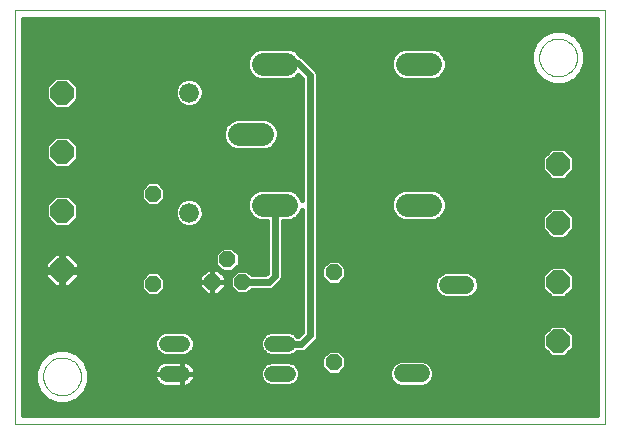
<source format=gbl>
G75*
G70*
%OFA0B0*%
%FSLAX24Y24*%
%IPPOS*%
%LPD*%
%AMOC8*
5,1,8,0,0,1.08239X$1,22.5*
%
%ADD10C,0.0000*%
%ADD11C,0.0780*%
%ADD12C,0.0660*%
%ADD13C,0.0594*%
%ADD14OC8,0.0768*%
%ADD15C,0.0520*%
%ADD16OC8,0.0520*%
%ADD17C,0.0240*%
%ADD18C,0.0160*%
D10*
X000180Y000180D02*
X000180Y013960D01*
X019865Y013960D01*
X019865Y000180D01*
X000180Y000180D01*
X001125Y001755D02*
X001127Y001805D01*
X001133Y001855D01*
X001143Y001904D01*
X001157Y001952D01*
X001174Y001999D01*
X001195Y002044D01*
X001220Y002088D01*
X001248Y002129D01*
X001280Y002168D01*
X001314Y002205D01*
X001351Y002239D01*
X001391Y002269D01*
X001433Y002296D01*
X001477Y002320D01*
X001523Y002341D01*
X001570Y002357D01*
X001618Y002370D01*
X001668Y002379D01*
X001717Y002384D01*
X001768Y002385D01*
X001818Y002382D01*
X001867Y002375D01*
X001916Y002364D01*
X001964Y002349D01*
X002010Y002331D01*
X002055Y002309D01*
X002098Y002283D01*
X002139Y002254D01*
X002178Y002222D01*
X002214Y002187D01*
X002246Y002149D01*
X002276Y002109D01*
X002303Y002066D01*
X002326Y002022D01*
X002345Y001976D01*
X002361Y001928D01*
X002373Y001879D01*
X002381Y001830D01*
X002385Y001780D01*
X002385Y001730D01*
X002381Y001680D01*
X002373Y001631D01*
X002361Y001582D01*
X002345Y001534D01*
X002326Y001488D01*
X002303Y001444D01*
X002276Y001401D01*
X002246Y001361D01*
X002214Y001323D01*
X002178Y001288D01*
X002139Y001256D01*
X002098Y001227D01*
X002055Y001201D01*
X002010Y001179D01*
X001964Y001161D01*
X001916Y001146D01*
X001867Y001135D01*
X001818Y001128D01*
X001768Y001125D01*
X001717Y001126D01*
X001668Y001131D01*
X001618Y001140D01*
X001570Y001153D01*
X001523Y001169D01*
X001477Y001190D01*
X001433Y001214D01*
X001391Y001241D01*
X001351Y001271D01*
X001314Y001305D01*
X001280Y001342D01*
X001248Y001381D01*
X001220Y001422D01*
X001195Y001466D01*
X001174Y001511D01*
X001157Y001558D01*
X001143Y001606D01*
X001133Y001655D01*
X001127Y001705D01*
X001125Y001755D01*
X017660Y012385D02*
X017662Y012435D01*
X017668Y012485D01*
X017678Y012534D01*
X017692Y012582D01*
X017709Y012629D01*
X017730Y012674D01*
X017755Y012718D01*
X017783Y012759D01*
X017815Y012798D01*
X017849Y012835D01*
X017886Y012869D01*
X017926Y012899D01*
X017968Y012926D01*
X018012Y012950D01*
X018058Y012971D01*
X018105Y012987D01*
X018153Y013000D01*
X018203Y013009D01*
X018252Y013014D01*
X018303Y013015D01*
X018353Y013012D01*
X018402Y013005D01*
X018451Y012994D01*
X018499Y012979D01*
X018545Y012961D01*
X018590Y012939D01*
X018633Y012913D01*
X018674Y012884D01*
X018713Y012852D01*
X018749Y012817D01*
X018781Y012779D01*
X018811Y012739D01*
X018838Y012696D01*
X018861Y012652D01*
X018880Y012606D01*
X018896Y012558D01*
X018908Y012509D01*
X018916Y012460D01*
X018920Y012410D01*
X018920Y012360D01*
X018916Y012310D01*
X018908Y012261D01*
X018896Y012212D01*
X018880Y012164D01*
X018861Y012118D01*
X018838Y012074D01*
X018811Y012031D01*
X018781Y011991D01*
X018749Y011953D01*
X018713Y011918D01*
X018674Y011886D01*
X018633Y011857D01*
X018590Y011831D01*
X018545Y011809D01*
X018499Y011791D01*
X018451Y011776D01*
X018402Y011765D01*
X018353Y011758D01*
X018303Y011755D01*
X018252Y011756D01*
X018203Y011761D01*
X018153Y011770D01*
X018105Y011783D01*
X018058Y011799D01*
X018012Y011820D01*
X017968Y011844D01*
X017926Y011871D01*
X017886Y011901D01*
X017849Y011935D01*
X017815Y011972D01*
X017783Y012011D01*
X017755Y012052D01*
X017730Y012096D01*
X017709Y012141D01*
X017692Y012188D01*
X017678Y012236D01*
X017668Y012285D01*
X017662Y012335D01*
X017660Y012385D01*
D11*
X014034Y012176D02*
X013254Y012176D01*
X009234Y012176D02*
X008454Y012176D01*
X008434Y009826D02*
X007654Y009826D01*
X008454Y007476D02*
X009234Y007476D01*
X013254Y007476D02*
X014034Y007476D01*
D12*
X005991Y007215D03*
X005991Y011215D03*
D13*
X014608Y004806D02*
X015201Y004806D01*
X013705Y001853D02*
X013111Y001853D01*
D14*
X018290Y002936D03*
X018290Y004904D03*
X018290Y006873D03*
X018290Y008841D03*
X001755Y009235D03*
X001755Y007267D03*
X001755Y005298D03*
X001755Y011204D03*
D15*
X005247Y002845D02*
X005767Y002845D01*
X005767Y001845D02*
X005247Y001845D01*
X008767Y001845D02*
X009287Y001845D01*
X009287Y002845D02*
X008767Y002845D01*
D16*
X010810Y002223D03*
X007767Y004904D03*
X007267Y005654D03*
X006767Y004904D03*
X004786Y004845D03*
X004786Y007845D03*
X010810Y005223D03*
D17*
X008841Y005101D02*
X008841Y007473D01*
X008844Y007476D01*
X008841Y005101D02*
X008645Y004904D01*
X007767Y004904D01*
X009735Y002845D02*
X010023Y003133D01*
X010023Y011794D01*
X009629Y012188D01*
X008856Y012188D01*
X008844Y012176D01*
X008652Y011984D01*
X008767Y002845D02*
X009735Y002845D01*
D18*
X009988Y002716D02*
X017756Y002716D01*
X017756Y002715D02*
X018069Y002402D01*
X018511Y002402D01*
X018824Y002715D01*
X018824Y003157D01*
X018511Y003470D01*
X018069Y003470D01*
X017756Y003157D01*
X017756Y002715D01*
X017756Y002875D02*
X010146Y002875D01*
X010175Y002904D02*
X010251Y002980D01*
X010293Y003079D01*
X010293Y011848D01*
X010251Y011947D01*
X009858Y012341D01*
X009782Y012417D01*
X009706Y012448D01*
X009692Y012482D01*
X009540Y012633D01*
X009342Y012716D01*
X008347Y012716D01*
X008148Y012633D01*
X007996Y012482D01*
X007914Y012283D01*
X007914Y012068D01*
X007996Y011870D01*
X008148Y011718D01*
X008347Y011636D01*
X009342Y011636D01*
X009540Y011718D01*
X009629Y011806D01*
X009753Y011682D01*
X009753Y007635D01*
X009692Y007782D01*
X009540Y007933D01*
X009342Y008016D01*
X008347Y008016D01*
X008148Y007933D01*
X007996Y007782D01*
X007914Y007583D01*
X007914Y007368D01*
X007996Y007170D01*
X008148Y007018D01*
X008347Y006936D01*
X008571Y006936D01*
X008571Y005213D01*
X008533Y005174D01*
X008076Y005174D01*
X007936Y005314D01*
X007597Y005314D01*
X007357Y005074D01*
X007357Y004735D01*
X007597Y004494D01*
X007936Y004494D01*
X008076Y004634D01*
X008698Y004634D01*
X008798Y004676D01*
X008994Y004872D01*
X009070Y004948D01*
X009111Y005048D01*
X009111Y006936D01*
X009342Y006936D01*
X009540Y007018D01*
X009692Y007170D01*
X009753Y007316D01*
X009753Y003245D01*
X009623Y003115D01*
X009596Y003115D01*
X009519Y003193D01*
X009368Y003255D01*
X008685Y003255D01*
X008534Y003193D01*
X008419Y003078D01*
X008357Y002927D01*
X008357Y002764D01*
X008419Y002613D01*
X008534Y002498D01*
X008685Y002435D01*
X009368Y002435D01*
X009519Y002498D01*
X009596Y002575D01*
X009789Y002575D01*
X009888Y002616D01*
X010175Y002904D01*
X010273Y003033D02*
X017756Y003033D01*
X017791Y003192D02*
X010293Y003192D01*
X010293Y003350D02*
X017949Y003350D01*
X018631Y003350D02*
X019585Y003350D01*
X019585Y003192D02*
X018790Y003192D01*
X018824Y003033D02*
X019585Y003033D01*
X019585Y002875D02*
X018824Y002875D01*
X018824Y002716D02*
X019585Y002716D01*
X019585Y002558D02*
X018667Y002558D01*
X017914Y002558D02*
X011056Y002558D01*
X010980Y002633D02*
X010640Y002633D01*
X010400Y002393D01*
X010400Y002053D01*
X010640Y001813D01*
X010980Y001813D01*
X011220Y002053D01*
X011220Y002393D01*
X010980Y002633D01*
X011214Y002399D02*
X019585Y002399D01*
X019585Y002241D02*
X013938Y002241D01*
X013958Y002232D02*
X013794Y002300D01*
X013023Y002300D01*
X012858Y002232D01*
X012733Y002106D01*
X012665Y001942D01*
X012665Y001764D01*
X012733Y001600D01*
X012858Y001474D01*
X013023Y001406D01*
X013794Y001406D01*
X013958Y001474D01*
X014084Y001600D01*
X014152Y001764D01*
X014152Y001942D01*
X014084Y002106D01*
X013958Y002232D01*
X014094Y002082D02*
X019585Y002082D01*
X019585Y001924D02*
X014152Y001924D01*
X014152Y001765D02*
X019585Y001765D01*
X019585Y001607D02*
X014087Y001607D01*
X013895Y001448D02*
X019585Y001448D01*
X019585Y001290D02*
X002547Y001290D01*
X002526Y001239D02*
X002665Y001574D01*
X002665Y001936D01*
X002526Y002270D01*
X002270Y002526D01*
X001936Y002665D01*
X001574Y002665D01*
X001239Y002526D01*
X000983Y002270D01*
X000845Y001936D01*
X000845Y001574D01*
X000983Y001239D01*
X001239Y000983D01*
X001574Y000845D01*
X001936Y000845D01*
X002270Y000983D01*
X002526Y001239D01*
X002418Y001131D02*
X019585Y001131D01*
X019585Y000973D02*
X002244Y000973D01*
X002613Y001448D02*
X005057Y001448D01*
X005078Y001438D02*
X005144Y001416D01*
X005212Y001405D01*
X005767Y001405D01*
X005801Y001405D01*
X005870Y001416D01*
X005936Y001438D01*
X005997Y001469D01*
X006053Y001510D01*
X006102Y001559D01*
X006143Y001615D01*
X006174Y001676D01*
X006196Y001742D01*
X006207Y001811D01*
X006207Y001845D01*
X005767Y001845D01*
X005767Y001845D01*
X005767Y001405D01*
X005767Y001845D01*
X005767Y001845D01*
X006207Y001845D01*
X006207Y001880D01*
X006196Y001948D01*
X006174Y002014D01*
X006143Y002076D01*
X006102Y002132D01*
X006053Y002181D01*
X005997Y002222D01*
X005936Y002253D01*
X005870Y002275D01*
X005801Y002285D01*
X005767Y002285D01*
X005767Y001845D01*
X005767Y001845D01*
X004807Y001845D01*
X004807Y001811D01*
X004817Y001742D01*
X004839Y001676D01*
X004870Y001615D01*
X004911Y001559D01*
X004960Y001510D01*
X005016Y001469D01*
X005078Y001438D01*
X004876Y001607D02*
X002665Y001607D01*
X002665Y001765D02*
X004814Y001765D01*
X004807Y001845D02*
X005767Y001845D01*
X005767Y001845D01*
X005767Y002285D01*
X005212Y002285D01*
X005144Y002275D01*
X005078Y002253D01*
X005016Y002222D01*
X004960Y002181D01*
X004911Y002132D01*
X004870Y002076D01*
X004839Y002014D01*
X004817Y001948D01*
X004807Y001880D01*
X004807Y001845D01*
X004814Y001924D02*
X002665Y001924D01*
X002604Y002082D02*
X004875Y002082D01*
X005053Y002241D02*
X002539Y002241D01*
X002397Y002399D02*
X010406Y002399D01*
X010400Y002241D02*
X009404Y002241D01*
X009368Y002255D02*
X009519Y002193D01*
X009634Y002078D01*
X009697Y001927D01*
X009697Y001764D01*
X009634Y001613D01*
X009519Y001498D01*
X009368Y001435D01*
X008685Y001435D01*
X008534Y001498D01*
X008419Y001613D01*
X008357Y001764D01*
X008357Y001927D01*
X008419Y002078D01*
X008534Y002193D01*
X008685Y002255D01*
X009368Y002255D01*
X009630Y002082D02*
X010400Y002082D01*
X010530Y001924D02*
X009697Y001924D01*
X009697Y001765D02*
X012665Y001765D01*
X012665Y001924D02*
X011090Y001924D01*
X011220Y002082D02*
X012723Y002082D01*
X012879Y002241D02*
X011220Y002241D01*
X010564Y002558D02*
X009579Y002558D01*
X009520Y003192D02*
X009699Y003192D01*
X009753Y003350D02*
X000460Y003350D01*
X000460Y003192D02*
X005013Y003192D01*
X005014Y003193D02*
X004899Y003078D01*
X004837Y002927D01*
X004837Y002764D01*
X004899Y002613D01*
X005014Y002498D01*
X005165Y002435D01*
X005848Y002435D01*
X005999Y002498D01*
X006114Y002613D01*
X006177Y002764D01*
X006177Y002927D01*
X006114Y003078D01*
X005999Y003193D01*
X005848Y003255D01*
X005165Y003255D01*
X005014Y003193D01*
X004881Y003033D02*
X000460Y003033D01*
X000460Y002875D02*
X004837Y002875D01*
X004856Y002716D02*
X000460Y002716D01*
X000460Y002558D02*
X001315Y002558D01*
X001112Y002399D02*
X000460Y002399D01*
X000460Y002241D02*
X000971Y002241D01*
X000905Y002082D02*
X000460Y002082D01*
X000460Y001924D02*
X000845Y001924D01*
X000845Y001765D02*
X000460Y001765D01*
X000460Y001607D02*
X000845Y001607D01*
X000897Y001448D02*
X000460Y001448D01*
X000460Y001290D02*
X000963Y001290D01*
X001092Y001131D02*
X000460Y001131D01*
X000460Y000973D02*
X001266Y000973D01*
X000460Y000814D02*
X019585Y000814D01*
X019585Y000656D02*
X000460Y000656D01*
X000460Y000497D02*
X019585Y000497D01*
X019585Y000460D02*
X000460Y000460D01*
X000460Y013680D01*
X019585Y013680D01*
X019585Y000460D01*
X019585Y003509D02*
X010293Y003509D01*
X010293Y003667D02*
X019585Y003667D01*
X019585Y003826D02*
X010293Y003826D01*
X010293Y003984D02*
X019585Y003984D01*
X019585Y004143D02*
X010293Y004143D01*
X010293Y004301D02*
X019585Y004301D01*
X019585Y004460D02*
X018600Y004460D01*
X018511Y004371D02*
X018824Y004683D01*
X018824Y005126D01*
X018511Y005438D01*
X018069Y005438D01*
X017756Y005126D01*
X017756Y004683D01*
X018069Y004371D01*
X018511Y004371D01*
X018759Y004618D02*
X019585Y004618D01*
X019585Y004777D02*
X018824Y004777D01*
X018824Y004935D02*
X019585Y004935D01*
X019585Y005094D02*
X018824Y005094D01*
X018698Y005252D02*
X019585Y005252D01*
X019585Y005411D02*
X018539Y005411D01*
X018041Y005411D02*
X011203Y005411D01*
X011220Y005393D02*
X010980Y005633D01*
X010640Y005633D01*
X010400Y005393D01*
X010400Y005053D01*
X010640Y004813D01*
X010980Y004813D01*
X011220Y005053D01*
X011220Y005393D01*
X011220Y005252D02*
X014517Y005252D01*
X014519Y005253D02*
X014354Y005185D01*
X014229Y005059D01*
X014161Y004895D01*
X014161Y004717D01*
X014229Y004553D01*
X014354Y004427D01*
X014519Y004359D01*
X015290Y004359D01*
X015454Y004427D01*
X015580Y004553D01*
X015648Y004717D01*
X015648Y004895D01*
X015580Y005059D01*
X015454Y005185D01*
X015290Y005253D01*
X014519Y005253D01*
X014263Y005094D02*
X011220Y005094D01*
X011101Y004935D02*
X014177Y004935D01*
X014161Y004777D02*
X010293Y004777D01*
X010293Y004935D02*
X010518Y004935D01*
X010400Y005094D02*
X010293Y005094D01*
X010293Y005252D02*
X010400Y005252D01*
X010417Y005411D02*
X010293Y005411D01*
X010293Y005569D02*
X010576Y005569D01*
X010293Y005728D02*
X019585Y005728D01*
X019585Y005886D02*
X010293Y005886D01*
X010293Y006045D02*
X019585Y006045D01*
X019585Y006203D02*
X010293Y006203D01*
X010293Y006362D02*
X018047Y006362D01*
X018069Y006339D02*
X018511Y006339D01*
X018824Y006652D01*
X018824Y007094D01*
X018511Y007407D01*
X018069Y007407D01*
X017756Y007094D01*
X017756Y006652D01*
X018069Y006339D01*
X017888Y006520D02*
X010293Y006520D01*
X010293Y006679D02*
X017756Y006679D01*
X017756Y006837D02*
X010293Y006837D01*
X010293Y006996D02*
X013002Y006996D01*
X012948Y007018D02*
X013147Y006936D01*
X014142Y006936D01*
X014340Y007018D01*
X014492Y007170D01*
X014574Y007368D01*
X014574Y007583D01*
X014492Y007782D01*
X014340Y007933D01*
X014142Y008016D01*
X013147Y008016D01*
X012948Y007933D01*
X012796Y007782D01*
X012714Y007583D01*
X012714Y007368D01*
X012796Y007170D01*
X012948Y007018D01*
X012812Y007154D02*
X010293Y007154D01*
X010293Y007313D02*
X012737Y007313D01*
X012714Y007471D02*
X010293Y007471D01*
X010293Y007630D02*
X012733Y007630D01*
X012803Y007788D02*
X010293Y007788D01*
X010293Y007947D02*
X012980Y007947D01*
X014309Y007947D02*
X019585Y007947D01*
X019585Y008105D02*
X010293Y008105D01*
X010293Y008264D02*
X019585Y008264D01*
X019585Y008422D02*
X018626Y008422D01*
X018511Y008308D02*
X018824Y008620D01*
X018824Y009063D01*
X018511Y009375D01*
X018069Y009375D01*
X017756Y009063D01*
X017756Y008620D01*
X018069Y008308D01*
X018511Y008308D01*
X018784Y008581D02*
X019585Y008581D01*
X019585Y008739D02*
X018824Y008739D01*
X018824Y008898D02*
X019585Y008898D01*
X019585Y009056D02*
X018824Y009056D01*
X018672Y009215D02*
X019585Y009215D01*
X019585Y009373D02*
X018514Y009373D01*
X018067Y009373D02*
X010293Y009373D01*
X010293Y009215D02*
X017908Y009215D01*
X017756Y009056D02*
X010293Y009056D01*
X010293Y008898D02*
X017756Y008898D01*
X017756Y008739D02*
X010293Y008739D01*
X010293Y008581D02*
X017796Y008581D01*
X017955Y008422D02*
X010293Y008422D01*
X009753Y008422D02*
X000460Y008422D01*
X000460Y008264D02*
X009753Y008264D01*
X009753Y008105D02*
X005106Y008105D01*
X005196Y008015D02*
X004956Y008255D01*
X004616Y008255D01*
X004376Y008015D01*
X004376Y007676D01*
X004616Y007435D01*
X004956Y007435D01*
X005196Y007676D01*
X005196Y008015D01*
X005196Y007947D02*
X008180Y007947D01*
X008003Y007788D02*
X005196Y007788D01*
X005150Y007630D02*
X005736Y007630D01*
X005719Y007622D02*
X005584Y007487D01*
X005511Y007311D01*
X005511Y007120D01*
X005584Y006944D01*
X005719Y006809D01*
X005896Y006735D01*
X006087Y006735D01*
X006263Y006809D01*
X006398Y006944D01*
X006471Y007120D01*
X006471Y007311D01*
X006398Y007487D01*
X006263Y007622D01*
X006087Y007695D01*
X005896Y007695D01*
X005719Y007622D01*
X005577Y007471D02*
X004992Y007471D01*
X004581Y007471D02*
X002289Y007471D01*
X002289Y007488D02*
X001976Y007800D01*
X001534Y007800D01*
X001221Y007488D01*
X001221Y007045D01*
X001534Y006733D01*
X001976Y006733D01*
X002289Y007045D01*
X002289Y007488D01*
X002289Y007313D02*
X005512Y007313D01*
X005511Y007154D02*
X002289Y007154D01*
X002239Y006996D02*
X005563Y006996D01*
X005691Y006837D02*
X002080Y006837D01*
X001429Y006837D02*
X000460Y006837D01*
X000460Y006679D02*
X008571Y006679D01*
X008571Y006837D02*
X006291Y006837D01*
X006419Y006996D02*
X008202Y006996D01*
X008012Y007154D02*
X006471Y007154D01*
X006470Y007313D02*
X007937Y007313D01*
X007914Y007471D02*
X006405Y007471D01*
X006246Y007630D02*
X007933Y007630D01*
X009111Y006837D02*
X009753Y006837D01*
X009753Y006679D02*
X009111Y006679D01*
X009111Y006520D02*
X009753Y006520D01*
X009753Y006362D02*
X009111Y006362D01*
X009111Y006203D02*
X009753Y006203D01*
X009753Y006045D02*
X009111Y006045D01*
X009111Y005886D02*
X009753Y005886D01*
X009753Y005728D02*
X009111Y005728D01*
X009111Y005569D02*
X009753Y005569D01*
X009753Y005411D02*
X009111Y005411D01*
X009111Y005252D02*
X009753Y005252D01*
X009753Y005094D02*
X009111Y005094D01*
X009057Y004935D02*
X009753Y004935D01*
X009753Y004777D02*
X008899Y004777D01*
X008571Y005252D02*
X007999Y005252D01*
X007677Y005485D02*
X007436Y005244D01*
X007097Y005244D01*
X006857Y005485D01*
X006857Y005824D01*
X007097Y006064D01*
X007436Y006064D01*
X007677Y005824D01*
X007677Y005485D01*
X007677Y005569D02*
X008571Y005569D01*
X008571Y005411D02*
X007603Y005411D01*
X007534Y005252D02*
X007444Y005252D01*
X007376Y005094D02*
X007200Y005094D01*
X007207Y005087D02*
X006949Y005344D01*
X006767Y005344D01*
X006767Y004904D01*
X006767Y004904D01*
X007207Y004904D01*
X007207Y004722D01*
X006949Y004464D01*
X006767Y004464D01*
X006767Y004904D01*
X006767Y004904D01*
X007207Y004904D01*
X007207Y005087D01*
X007207Y004935D02*
X007357Y004935D01*
X007357Y004777D02*
X007207Y004777D01*
X007102Y004618D02*
X007473Y004618D01*
X008060Y004618D02*
X009753Y004618D01*
X009753Y004460D02*
X004980Y004460D01*
X004956Y004435D02*
X005196Y004676D01*
X005196Y005015D01*
X004956Y005255D01*
X004616Y005255D01*
X004376Y005015D01*
X004376Y004676D01*
X004616Y004435D01*
X004956Y004435D01*
X005139Y004618D02*
X006431Y004618D01*
X006327Y004722D02*
X006584Y004464D01*
X006767Y004464D01*
X006767Y004904D01*
X006327Y004904D01*
X006327Y004722D01*
X006327Y004777D02*
X005196Y004777D01*
X005196Y004935D02*
X006327Y004935D01*
X006327Y004904D02*
X006767Y004904D01*
X006767Y004904D01*
X006767Y004904D01*
X006767Y005344D01*
X006584Y005344D01*
X006327Y005087D01*
X006327Y004904D01*
X006333Y005094D02*
X005118Y005094D01*
X004959Y005252D02*
X006492Y005252D01*
X006767Y005252D02*
X006767Y005252D01*
X006767Y005094D02*
X006767Y005094D01*
X006767Y004935D02*
X006767Y004935D01*
X006767Y004777D02*
X006767Y004777D01*
X006767Y004618D02*
X006767Y004618D01*
X007041Y005252D02*
X007089Y005252D01*
X006931Y005411D02*
X002319Y005411D01*
X002319Y005346D02*
X002319Y005532D01*
X001988Y005862D01*
X001803Y005862D01*
X001803Y005346D01*
X002319Y005346D01*
X002319Y005250D02*
X001803Y005250D01*
X001803Y005346D01*
X001707Y005346D01*
X001707Y005862D01*
X001521Y005862D01*
X001191Y005532D01*
X001191Y005346D01*
X001707Y005346D01*
X001707Y005250D01*
X001803Y005250D01*
X001803Y004734D01*
X001988Y004734D01*
X002319Y005065D01*
X002319Y005250D01*
X002319Y005094D02*
X004455Y005094D01*
X004613Y005252D02*
X001803Y005252D01*
X001707Y005252D02*
X000460Y005252D01*
X000460Y005094D02*
X001191Y005094D01*
X001191Y005065D02*
X001521Y004734D01*
X001707Y004734D01*
X001707Y005250D01*
X001191Y005250D01*
X001191Y005065D01*
X001320Y004935D02*
X000460Y004935D01*
X000460Y004777D02*
X001479Y004777D01*
X001707Y004777D02*
X001803Y004777D01*
X001803Y004935D02*
X001707Y004935D01*
X001707Y005094D02*
X001803Y005094D01*
X001803Y005411D02*
X001707Y005411D01*
X001707Y005569D02*
X001803Y005569D01*
X001803Y005728D02*
X001707Y005728D01*
X001387Y005728D02*
X000460Y005728D01*
X000460Y005886D02*
X006918Y005886D01*
X006857Y005728D02*
X002123Y005728D01*
X002281Y005569D02*
X006857Y005569D01*
X007077Y006045D02*
X000460Y006045D01*
X000460Y006203D02*
X008571Y006203D01*
X008571Y006045D02*
X007456Y006045D01*
X007615Y005886D02*
X008571Y005886D01*
X008571Y005728D02*
X007677Y005728D01*
X008571Y006362D02*
X000460Y006362D01*
X000460Y006520D02*
X008571Y006520D01*
X009486Y006996D02*
X009753Y006996D01*
X009753Y007154D02*
X009676Y007154D01*
X009751Y007313D02*
X009753Y007313D01*
X009753Y007788D02*
X009686Y007788D01*
X009753Y007947D02*
X009509Y007947D01*
X009753Y008581D02*
X000460Y008581D01*
X000460Y008739D02*
X001496Y008739D01*
X001534Y008701D02*
X001976Y008701D01*
X002289Y009014D01*
X002289Y009456D01*
X001976Y009769D01*
X001534Y009769D01*
X001221Y009456D01*
X001221Y009014D01*
X001534Y008701D01*
X001337Y008898D02*
X000460Y008898D01*
X000460Y009056D02*
X001221Y009056D01*
X001221Y009215D02*
X000460Y009215D01*
X000460Y009373D02*
X001221Y009373D01*
X001296Y009532D02*
X000460Y009532D01*
X000460Y009690D02*
X001455Y009690D01*
X002055Y009690D02*
X007126Y009690D01*
X007114Y009718D02*
X007196Y009520D01*
X007348Y009368D01*
X007547Y009286D01*
X008542Y009286D01*
X008740Y009368D01*
X008892Y009520D01*
X008974Y009718D01*
X008974Y009933D01*
X008892Y010132D01*
X008740Y010283D01*
X008542Y010366D01*
X007547Y010366D01*
X007348Y010283D01*
X007196Y010132D01*
X007114Y009933D01*
X007114Y009718D01*
X007114Y009849D02*
X000460Y009849D01*
X000460Y010007D02*
X007145Y010007D01*
X007230Y010166D02*
X000460Y010166D01*
X000460Y010324D02*
X007446Y010324D01*
X006398Y010944D02*
X006471Y011120D01*
X006471Y011311D01*
X006398Y011487D01*
X006263Y011622D01*
X006087Y011695D01*
X005896Y011695D01*
X005719Y011622D01*
X005584Y011487D01*
X005511Y011311D01*
X005511Y011120D01*
X005584Y010944D01*
X005719Y010809D01*
X005896Y010735D01*
X006087Y010735D01*
X006263Y010809D01*
X006398Y010944D01*
X006404Y010958D02*
X009753Y010958D01*
X009753Y010800D02*
X006241Y010800D01*
X006470Y011117D02*
X009753Y011117D01*
X009753Y011275D02*
X006471Y011275D01*
X006420Y011434D02*
X009753Y011434D01*
X009753Y011592D02*
X006293Y011592D01*
X005689Y011592D02*
X002121Y011592D01*
X001976Y011737D02*
X002289Y011425D01*
X002289Y010982D01*
X001976Y010670D01*
X001534Y010670D01*
X001221Y010982D01*
X001221Y011425D01*
X001534Y011737D01*
X001976Y011737D01*
X002280Y011434D02*
X005562Y011434D01*
X005511Y011275D02*
X002289Y011275D01*
X002289Y011117D02*
X005512Y011117D01*
X005578Y010958D02*
X002264Y010958D01*
X002106Y010800D02*
X005741Y010800D01*
X007192Y009532D02*
X002213Y009532D01*
X002289Y009373D02*
X007343Y009373D01*
X008745Y009373D02*
X009753Y009373D01*
X009753Y009215D02*
X002289Y009215D01*
X002289Y009056D02*
X009753Y009056D01*
X009753Y008898D02*
X002172Y008898D01*
X002014Y008739D02*
X009753Y008739D01*
X009753Y009532D02*
X008897Y009532D01*
X008962Y009690D02*
X009753Y009690D01*
X009753Y009849D02*
X008974Y009849D01*
X008944Y010007D02*
X009753Y010007D01*
X009753Y010166D02*
X008858Y010166D01*
X008642Y010324D02*
X009753Y010324D01*
X009753Y010483D02*
X000460Y010483D01*
X000460Y010641D02*
X009753Y010641D01*
X010293Y010641D02*
X019585Y010641D01*
X019585Y010483D02*
X010293Y010483D01*
X010293Y010324D02*
X019585Y010324D01*
X019585Y010166D02*
X010293Y010166D01*
X010293Y010007D02*
X019585Y010007D01*
X019585Y009849D02*
X010293Y009849D01*
X010293Y009690D02*
X019585Y009690D01*
X019585Y009532D02*
X010293Y009532D01*
X010293Y010800D02*
X019585Y010800D01*
X019585Y010958D02*
X010293Y010958D01*
X010293Y011117D02*
X019585Y011117D01*
X019585Y011275D02*
X010293Y011275D01*
X010293Y011434D02*
X019585Y011434D01*
X019585Y011592D02*
X018754Y011592D01*
X018806Y011613D02*
X019062Y011869D01*
X019200Y012204D01*
X019200Y012566D01*
X019062Y012900D01*
X018806Y013156D01*
X018471Y013295D01*
X018109Y013295D01*
X017775Y013156D01*
X017519Y012900D01*
X017380Y012566D01*
X017380Y012204D01*
X017519Y011869D01*
X017775Y011613D01*
X018109Y011475D01*
X018471Y011475D01*
X018806Y011613D01*
X018943Y011751D02*
X019585Y011751D01*
X019585Y011909D02*
X019078Y011909D01*
X019144Y012068D02*
X019585Y012068D01*
X019585Y012226D02*
X019200Y012226D01*
X019200Y012385D02*
X019585Y012385D01*
X019585Y012543D02*
X019200Y012543D01*
X019144Y012702D02*
X019585Y012702D01*
X019585Y012860D02*
X019078Y012860D01*
X018943Y013019D02*
X019585Y013019D01*
X019585Y013177D02*
X018755Y013177D01*
X019585Y013336D02*
X000460Y013336D01*
X000460Y013494D02*
X019585Y013494D01*
X019585Y013653D02*
X000460Y013653D01*
X000460Y013177D02*
X017825Y013177D01*
X017637Y013019D02*
X000460Y013019D01*
X000460Y012860D02*
X017502Y012860D01*
X017437Y012702D02*
X014176Y012702D01*
X014142Y012716D02*
X014340Y012633D01*
X014492Y012482D01*
X014574Y012283D01*
X014574Y012068D01*
X014492Y011870D01*
X014340Y011718D01*
X014142Y011636D01*
X013147Y011636D01*
X012948Y011718D01*
X012796Y011870D01*
X012714Y012068D01*
X012714Y012283D01*
X012796Y012482D01*
X012948Y012633D01*
X013147Y012716D01*
X014142Y012716D01*
X014430Y012543D02*
X017380Y012543D01*
X017380Y012385D02*
X014532Y012385D01*
X014574Y012226D02*
X017380Y012226D01*
X017437Y012068D02*
X014574Y012068D01*
X014508Y011909D02*
X017502Y011909D01*
X017638Y011751D02*
X014373Y011751D01*
X013113Y012702D02*
X009376Y012702D01*
X009630Y012543D02*
X012858Y012543D01*
X012756Y012385D02*
X009814Y012385D01*
X009973Y012226D02*
X012714Y012226D01*
X012714Y012068D02*
X010131Y012068D01*
X010267Y011909D02*
X012780Y011909D01*
X012916Y011751D02*
X010293Y011751D01*
X010293Y011592D02*
X017826Y011592D01*
X019585Y007788D02*
X014486Y007788D01*
X014555Y007630D02*
X019585Y007630D01*
X019585Y007471D02*
X014574Y007471D01*
X014551Y007313D02*
X017975Y007313D01*
X017816Y007154D02*
X014476Y007154D01*
X014286Y006996D02*
X017756Y006996D01*
X018606Y007313D02*
X019585Y007313D01*
X019585Y007154D02*
X018764Y007154D01*
X018824Y006996D02*
X019585Y006996D01*
X019585Y006837D02*
X018824Y006837D01*
X018824Y006679D02*
X019585Y006679D01*
X019585Y006520D02*
X018692Y006520D01*
X018534Y006362D02*
X019585Y006362D01*
X019585Y005569D02*
X011044Y005569D01*
X010293Y004618D02*
X014202Y004618D01*
X014322Y004460D02*
X010293Y004460D01*
X009753Y004301D02*
X000460Y004301D01*
X000460Y004143D02*
X009753Y004143D01*
X009753Y003984D02*
X000460Y003984D01*
X000460Y003826D02*
X009753Y003826D01*
X009753Y003667D02*
X000460Y003667D01*
X000460Y003509D02*
X009753Y003509D01*
X008533Y003192D02*
X006000Y003192D01*
X006133Y003033D02*
X008401Y003033D01*
X008357Y002875D02*
X006177Y002875D01*
X006157Y002716D02*
X008376Y002716D01*
X008475Y002558D02*
X006059Y002558D01*
X005960Y002241D02*
X008649Y002241D01*
X008423Y002082D02*
X006139Y002082D01*
X006200Y001924D02*
X008357Y001924D01*
X008357Y001765D02*
X006199Y001765D01*
X006137Y001607D02*
X008426Y001607D01*
X008655Y001448D02*
X005956Y001448D01*
X005767Y001448D02*
X005767Y001448D01*
X005767Y001607D02*
X005767Y001607D01*
X005767Y001765D02*
X005767Y001765D01*
X005767Y001924D02*
X005767Y001924D01*
X005767Y002082D02*
X005767Y002082D01*
X005767Y002241D02*
X005767Y002241D01*
X004955Y002558D02*
X002195Y002558D01*
X000460Y004460D02*
X004592Y004460D01*
X004434Y004618D02*
X000460Y004618D01*
X000460Y005411D02*
X001191Y005411D01*
X001228Y005569D02*
X000460Y005569D01*
X002031Y004777D02*
X004376Y004777D01*
X004376Y004935D02*
X002189Y004935D01*
X001271Y006996D02*
X000460Y006996D01*
X000460Y007154D02*
X001221Y007154D01*
X001221Y007313D02*
X000460Y007313D01*
X000460Y007471D02*
X001221Y007471D01*
X001363Y007630D02*
X000460Y007630D01*
X000460Y007788D02*
X001521Y007788D01*
X001988Y007788D02*
X004376Y007788D01*
X004376Y007947D02*
X000460Y007947D01*
X000460Y008105D02*
X004466Y008105D01*
X004422Y007630D02*
X002147Y007630D01*
X001404Y010800D02*
X000460Y010800D01*
X000460Y010958D02*
X001245Y010958D01*
X001221Y011117D02*
X000460Y011117D01*
X000460Y011275D02*
X001221Y011275D01*
X001230Y011434D02*
X000460Y011434D01*
X000460Y011592D02*
X001388Y011592D01*
X000460Y011751D02*
X008116Y011751D01*
X007980Y011909D02*
X000460Y011909D01*
X000460Y012068D02*
X007914Y012068D01*
X007914Y012226D02*
X000460Y012226D01*
X000460Y012385D02*
X007956Y012385D01*
X008058Y012543D02*
X000460Y012543D01*
X000460Y012702D02*
X008313Y012702D01*
X009573Y011751D02*
X009684Y011751D01*
X015292Y005252D02*
X017883Y005252D01*
X017756Y005094D02*
X015546Y005094D01*
X015631Y004935D02*
X017756Y004935D01*
X017756Y004777D02*
X015648Y004777D01*
X015607Y004618D02*
X017822Y004618D01*
X017980Y004460D02*
X015487Y004460D01*
X012730Y001607D02*
X009628Y001607D01*
X009399Y001448D02*
X012922Y001448D01*
M02*

</source>
